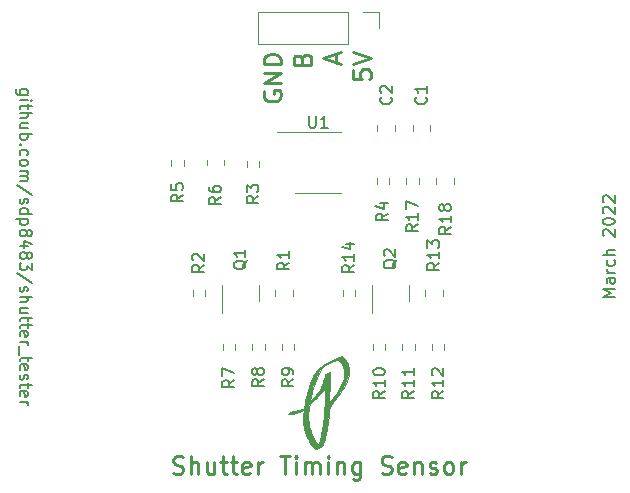
<source format=gbr>
%TF.GenerationSoftware,KiCad,Pcbnew,(6.0.2)*%
%TF.CreationDate,2022-03-01T12:56:46-05:00*%
%TF.ProjectId,shutter_tester,73687574-7465-4725-9f74-65737465722e,A*%
%TF.SameCoordinates,PX717cbc0PY57bcf00*%
%TF.FileFunction,Legend,Top*%
%TF.FilePolarity,Positive*%
%FSLAX46Y46*%
G04 Gerber Fmt 4.6, Leading zero omitted, Abs format (unit mm)*
G04 Created by KiCad (PCBNEW (6.0.2)) date 2022-03-01 12:56:46*
%MOMM*%
%LPD*%
G01*
G04 APERTURE LIST*
%ADD10C,0.214286*%
%ADD11C,0.150000*%
%ADD12C,0.120000*%
%ADD13C,0.010000*%
G04 APERTURE END LIST*
D10*
X22950000Y-8867857D02*
X22878571Y-9010714D01*
X22878571Y-9225000D01*
X22950000Y-9439285D01*
X23092857Y-9582143D01*
X23235714Y-9653571D01*
X23521428Y-9725000D01*
X23735714Y-9725000D01*
X24021428Y-9653571D01*
X24164285Y-9582143D01*
X24307142Y-9439285D01*
X24378571Y-9225000D01*
X24378571Y-9082143D01*
X24307142Y-8867857D01*
X24235714Y-8796428D01*
X23735714Y-8796428D01*
X23735714Y-9082143D01*
X24378571Y-8153571D02*
X22878571Y-8153571D01*
X24378571Y-7296428D01*
X22878571Y-7296428D01*
X24378571Y-6582143D02*
X22878571Y-6582143D01*
X22878571Y-6225000D01*
X22950000Y-6010714D01*
X23092857Y-5867857D01*
X23235714Y-5796428D01*
X23521428Y-5725000D01*
X23735714Y-5725000D01*
X24021428Y-5796428D01*
X24164285Y-5867857D01*
X24307142Y-6010714D01*
X24378571Y-6225000D01*
X24378571Y-6582143D01*
D11*
X2914285Y-9142857D02*
X2104761Y-9142857D01*
X2009523Y-9095238D01*
X1961904Y-9047619D01*
X1914285Y-8952380D01*
X1914285Y-8809523D01*
X1961904Y-8714285D01*
X2295238Y-9142857D02*
X2247619Y-9047619D01*
X2247619Y-8857142D01*
X2295238Y-8761904D01*
X2342857Y-8714285D01*
X2438095Y-8666666D01*
X2723809Y-8666666D01*
X2819047Y-8714285D01*
X2866666Y-8761904D01*
X2914285Y-8857142D01*
X2914285Y-9047619D01*
X2866666Y-9142857D01*
X2247619Y-9619047D02*
X2914285Y-9619047D01*
X3247619Y-9619047D02*
X3200000Y-9571428D01*
X3152380Y-9619047D01*
X3200000Y-9666666D01*
X3247619Y-9619047D01*
X3152380Y-9619047D01*
X2914285Y-9952380D02*
X2914285Y-10333333D01*
X3247619Y-10095238D02*
X2390476Y-10095238D01*
X2295238Y-10142857D01*
X2247619Y-10238095D01*
X2247619Y-10333333D01*
X2247619Y-10666666D02*
X3247619Y-10666666D01*
X2247619Y-11095238D02*
X2771428Y-11095238D01*
X2866666Y-11047619D01*
X2914285Y-10952380D01*
X2914285Y-10809523D01*
X2866666Y-10714285D01*
X2819047Y-10666666D01*
X2914285Y-11999999D02*
X2247619Y-11999999D01*
X2914285Y-11571428D02*
X2390476Y-11571428D01*
X2295238Y-11619047D01*
X2247619Y-11714285D01*
X2247619Y-11857142D01*
X2295238Y-11952380D01*
X2342857Y-11999999D01*
X2247619Y-12476190D02*
X3247619Y-12476190D01*
X2866666Y-12476190D02*
X2914285Y-12571428D01*
X2914285Y-12761904D01*
X2866666Y-12857142D01*
X2819047Y-12904761D01*
X2723809Y-12952380D01*
X2438095Y-12952380D01*
X2342857Y-12904761D01*
X2295238Y-12857142D01*
X2247619Y-12761904D01*
X2247619Y-12571428D01*
X2295238Y-12476190D01*
X2342857Y-13380952D02*
X2295238Y-13428571D01*
X2247619Y-13380952D01*
X2295238Y-13333333D01*
X2342857Y-13380952D01*
X2247619Y-13380952D01*
X2295238Y-14285714D02*
X2247619Y-14190476D01*
X2247619Y-13999999D01*
X2295238Y-13904761D01*
X2342857Y-13857142D01*
X2438095Y-13809523D01*
X2723809Y-13809523D01*
X2819047Y-13857142D01*
X2866666Y-13904761D01*
X2914285Y-13999999D01*
X2914285Y-14190476D01*
X2866666Y-14285714D01*
X2247619Y-14857142D02*
X2295238Y-14761904D01*
X2342857Y-14714285D01*
X2438095Y-14666666D01*
X2723809Y-14666666D01*
X2819047Y-14714285D01*
X2866666Y-14761904D01*
X2914285Y-14857142D01*
X2914285Y-14999999D01*
X2866666Y-15095238D01*
X2819047Y-15142857D01*
X2723809Y-15190476D01*
X2438095Y-15190476D01*
X2342857Y-15142857D01*
X2295238Y-15095238D01*
X2247619Y-14999999D01*
X2247619Y-14857142D01*
X2247619Y-15619047D02*
X2914285Y-15619047D01*
X2819047Y-15619047D02*
X2866666Y-15666666D01*
X2914285Y-15761904D01*
X2914285Y-15904761D01*
X2866666Y-15999999D01*
X2771428Y-16047619D01*
X2247619Y-16047619D01*
X2771428Y-16047619D02*
X2866666Y-16095238D01*
X2914285Y-16190476D01*
X2914285Y-16333333D01*
X2866666Y-16428571D01*
X2771428Y-16476190D01*
X2247619Y-16476190D01*
X3295238Y-17666666D02*
X2009523Y-16809523D01*
X2295238Y-17952380D02*
X2247619Y-18047619D01*
X2247619Y-18238095D01*
X2295238Y-18333333D01*
X2390476Y-18380952D01*
X2438095Y-18380952D01*
X2533333Y-18333333D01*
X2580952Y-18238095D01*
X2580952Y-18095238D01*
X2628571Y-17999999D01*
X2723809Y-17952380D01*
X2771428Y-17952380D01*
X2866666Y-17999999D01*
X2914285Y-18095238D01*
X2914285Y-18238095D01*
X2866666Y-18333333D01*
X2247619Y-19238095D02*
X3247619Y-19238095D01*
X2295238Y-19238095D02*
X2247619Y-19142857D01*
X2247619Y-18952380D01*
X2295238Y-18857142D01*
X2342857Y-18809523D01*
X2438095Y-18761904D01*
X2723809Y-18761904D01*
X2819047Y-18809523D01*
X2866666Y-18857142D01*
X2914285Y-18952380D01*
X2914285Y-19142857D01*
X2866666Y-19238095D01*
X2914285Y-19714285D02*
X1914285Y-19714285D01*
X2866666Y-19714285D02*
X2914285Y-19809523D01*
X2914285Y-19999999D01*
X2866666Y-20095238D01*
X2819047Y-20142857D01*
X2723809Y-20190476D01*
X2438095Y-20190476D01*
X2342857Y-20142857D01*
X2295238Y-20095238D01*
X2247619Y-19999999D01*
X2247619Y-19809523D01*
X2295238Y-19714285D01*
X2819047Y-20761904D02*
X2866666Y-20666666D01*
X2914285Y-20619047D01*
X3009523Y-20571428D01*
X3057142Y-20571428D01*
X3152380Y-20619047D01*
X3200000Y-20666666D01*
X3247619Y-20761904D01*
X3247619Y-20952380D01*
X3200000Y-21047619D01*
X3152380Y-21095238D01*
X3057142Y-21142857D01*
X3009523Y-21142857D01*
X2914285Y-21095238D01*
X2866666Y-21047619D01*
X2819047Y-20952380D01*
X2819047Y-20761904D01*
X2771428Y-20666666D01*
X2723809Y-20619047D01*
X2628571Y-20571428D01*
X2438095Y-20571428D01*
X2342857Y-20619047D01*
X2295238Y-20666666D01*
X2247619Y-20761904D01*
X2247619Y-20952380D01*
X2295238Y-21047619D01*
X2342857Y-21095238D01*
X2438095Y-21142857D01*
X2628571Y-21142857D01*
X2723809Y-21095238D01*
X2771428Y-21047619D01*
X2819047Y-20952380D01*
X2914285Y-21999999D02*
X2247619Y-21999999D01*
X3295238Y-21761904D02*
X2580952Y-21523809D01*
X2580952Y-22142857D01*
X2819047Y-22666666D02*
X2866666Y-22571428D01*
X2914285Y-22523809D01*
X3009523Y-22476190D01*
X3057142Y-22476190D01*
X3152380Y-22523809D01*
X3200000Y-22571428D01*
X3247619Y-22666666D01*
X3247619Y-22857142D01*
X3200000Y-22952380D01*
X3152380Y-22999999D01*
X3057142Y-23047619D01*
X3009523Y-23047619D01*
X2914285Y-22999999D01*
X2866666Y-22952380D01*
X2819047Y-22857142D01*
X2819047Y-22666666D01*
X2771428Y-22571428D01*
X2723809Y-22523809D01*
X2628571Y-22476190D01*
X2438095Y-22476190D01*
X2342857Y-22523809D01*
X2295238Y-22571428D01*
X2247619Y-22666666D01*
X2247619Y-22857142D01*
X2295238Y-22952380D01*
X2342857Y-22999999D01*
X2438095Y-23047619D01*
X2628571Y-23047619D01*
X2723809Y-22999999D01*
X2771428Y-22952380D01*
X2819047Y-22857142D01*
X3247619Y-23380952D02*
X3247619Y-23999999D01*
X2866666Y-23666666D01*
X2866666Y-23809523D01*
X2819047Y-23904761D01*
X2771428Y-23952380D01*
X2676190Y-23999999D01*
X2438095Y-23999999D01*
X2342857Y-23952380D01*
X2295238Y-23904761D01*
X2247619Y-23809523D01*
X2247619Y-23523809D01*
X2295238Y-23428571D01*
X2342857Y-23380952D01*
X3295238Y-25142857D02*
X2009523Y-24285714D01*
X2295238Y-25428571D02*
X2247619Y-25523809D01*
X2247619Y-25714285D01*
X2295238Y-25809523D01*
X2390476Y-25857142D01*
X2438095Y-25857142D01*
X2533333Y-25809523D01*
X2580952Y-25714285D01*
X2580952Y-25571428D01*
X2628571Y-25476190D01*
X2723809Y-25428571D01*
X2771428Y-25428571D01*
X2866666Y-25476190D01*
X2914285Y-25571428D01*
X2914285Y-25714285D01*
X2866666Y-25809523D01*
X2247619Y-26285714D02*
X3247619Y-26285714D01*
X2247619Y-26714285D02*
X2771428Y-26714285D01*
X2866666Y-26666666D01*
X2914285Y-26571428D01*
X2914285Y-26428571D01*
X2866666Y-26333333D01*
X2819047Y-26285714D01*
X2914285Y-27619047D02*
X2247619Y-27619047D01*
X2914285Y-27190476D02*
X2390476Y-27190476D01*
X2295238Y-27238095D01*
X2247619Y-27333333D01*
X2247619Y-27476190D01*
X2295238Y-27571428D01*
X2342857Y-27619047D01*
X2914285Y-27952380D02*
X2914285Y-28333333D01*
X3247619Y-28095238D02*
X2390476Y-28095238D01*
X2295238Y-28142857D01*
X2247619Y-28238095D01*
X2247619Y-28333333D01*
X2914285Y-28523809D02*
X2914285Y-28904761D01*
X3247619Y-28666666D02*
X2390476Y-28666666D01*
X2295238Y-28714285D01*
X2247619Y-28809523D01*
X2247619Y-28904761D01*
X2295238Y-29619047D02*
X2247619Y-29523809D01*
X2247619Y-29333333D01*
X2295238Y-29238095D01*
X2390476Y-29190476D01*
X2771428Y-29190476D01*
X2866666Y-29238095D01*
X2914285Y-29333333D01*
X2914285Y-29523809D01*
X2866666Y-29619047D01*
X2771428Y-29666666D01*
X2676190Y-29666666D01*
X2580952Y-29190476D01*
X2247619Y-30095238D02*
X2914285Y-30095238D01*
X2723809Y-30095238D02*
X2819047Y-30142857D01*
X2866666Y-30190476D01*
X2914285Y-30285714D01*
X2914285Y-30380952D01*
X2152380Y-30476190D02*
X2152380Y-31238095D01*
X2914285Y-31333333D02*
X2914285Y-31714285D01*
X3247619Y-31476190D02*
X2390476Y-31476190D01*
X2295238Y-31523809D01*
X2247619Y-31619047D01*
X2247619Y-31714285D01*
X2295238Y-32428571D02*
X2247619Y-32333333D01*
X2247619Y-32142857D01*
X2295238Y-32047619D01*
X2390476Y-31999999D01*
X2771428Y-31999999D01*
X2866666Y-32047619D01*
X2914285Y-32142857D01*
X2914285Y-32333333D01*
X2866666Y-32428571D01*
X2771428Y-32476190D01*
X2676190Y-32476190D01*
X2580952Y-31999999D01*
X2295238Y-32857142D02*
X2247619Y-32952380D01*
X2247619Y-33142857D01*
X2295238Y-33238095D01*
X2390476Y-33285714D01*
X2438095Y-33285714D01*
X2533333Y-33238095D01*
X2580952Y-33142857D01*
X2580952Y-32999999D01*
X2628571Y-32904761D01*
X2723809Y-32857142D01*
X2771428Y-32857142D01*
X2866666Y-32904761D01*
X2914285Y-32999999D01*
X2914285Y-33142857D01*
X2866666Y-33238095D01*
X2914285Y-33571428D02*
X2914285Y-33952380D01*
X3247619Y-33714285D02*
X2390476Y-33714285D01*
X2295238Y-33761904D01*
X2247619Y-33857142D01*
X2247619Y-33952380D01*
X2295238Y-34666666D02*
X2247619Y-34571428D01*
X2247619Y-34380952D01*
X2295238Y-34285714D01*
X2390476Y-34238095D01*
X2771428Y-34238095D01*
X2866666Y-34285714D01*
X2914285Y-34380952D01*
X2914285Y-34571428D01*
X2866666Y-34666666D01*
X2771428Y-34714285D01*
X2676190Y-34714285D01*
X2580952Y-34238095D01*
X2247619Y-35142857D02*
X2914285Y-35142857D01*
X2723809Y-35142857D02*
X2819047Y-35190476D01*
X2866666Y-35238095D01*
X2914285Y-35333333D01*
X2914285Y-35428571D01*
D10*
X26142857Y-6132143D02*
X26214285Y-5917857D01*
X26285714Y-5846428D01*
X26428571Y-5775000D01*
X26642857Y-5775000D01*
X26785714Y-5846428D01*
X26857142Y-5917857D01*
X26928571Y-6060714D01*
X26928571Y-6632143D01*
X25428571Y-6632143D01*
X25428571Y-6132143D01*
X25500000Y-5989285D01*
X25571428Y-5917857D01*
X25714285Y-5846428D01*
X25857142Y-5846428D01*
X26000000Y-5917857D01*
X26071428Y-5989285D01*
X26142857Y-6132143D01*
X26142857Y-6632143D01*
X29000000Y-6439285D02*
X29000000Y-5725000D01*
X29428571Y-6582143D02*
X27928571Y-6082143D01*
X29428571Y-5582143D01*
X30478571Y-7082143D02*
X30478571Y-7796428D01*
X31192857Y-7867857D01*
X31121428Y-7796428D01*
X31050000Y-7653571D01*
X31050000Y-7296428D01*
X31121428Y-7153571D01*
X31192857Y-7082143D01*
X31335714Y-7010714D01*
X31692857Y-7010714D01*
X31835714Y-7082143D01*
X31907142Y-7153571D01*
X31978571Y-7296428D01*
X31978571Y-7653571D01*
X31907142Y-7796428D01*
X31835714Y-7867857D01*
X30478571Y-6582143D02*
X31978571Y-6082143D01*
X30478571Y-5582143D01*
D11*
X52602380Y-26261904D02*
X51602380Y-26261904D01*
X52316666Y-25928571D01*
X51602380Y-25595238D01*
X52602380Y-25595238D01*
X52602380Y-24690476D02*
X52078571Y-24690476D01*
X51983333Y-24738095D01*
X51935714Y-24833333D01*
X51935714Y-25023809D01*
X51983333Y-25119047D01*
X52554761Y-24690476D02*
X52602380Y-24785714D01*
X52602380Y-25023809D01*
X52554761Y-25119047D01*
X52459523Y-25166666D01*
X52364285Y-25166666D01*
X52269047Y-25119047D01*
X52221428Y-25023809D01*
X52221428Y-24785714D01*
X52173809Y-24690476D01*
X52602380Y-24214285D02*
X51935714Y-24214285D01*
X52126190Y-24214285D02*
X52030952Y-24166666D01*
X51983333Y-24119047D01*
X51935714Y-24023809D01*
X51935714Y-23928571D01*
X52554761Y-23166666D02*
X52602380Y-23261904D01*
X52602380Y-23452380D01*
X52554761Y-23547619D01*
X52507142Y-23595238D01*
X52411904Y-23642857D01*
X52126190Y-23642857D01*
X52030952Y-23595238D01*
X51983333Y-23547619D01*
X51935714Y-23452380D01*
X51935714Y-23261904D01*
X51983333Y-23166666D01*
X52602380Y-22738095D02*
X51602380Y-22738095D01*
X52602380Y-22309523D02*
X52078571Y-22309523D01*
X51983333Y-22357142D01*
X51935714Y-22452380D01*
X51935714Y-22595238D01*
X51983333Y-22690476D01*
X52030952Y-22738095D01*
X51697619Y-21119047D02*
X51650000Y-21071428D01*
X51602380Y-20976190D01*
X51602380Y-20738095D01*
X51650000Y-20642857D01*
X51697619Y-20595238D01*
X51792857Y-20547619D01*
X51888095Y-20547619D01*
X52030952Y-20595238D01*
X52602380Y-21166666D01*
X52602380Y-20547619D01*
X51602380Y-19928571D02*
X51602380Y-19833333D01*
X51650000Y-19738095D01*
X51697619Y-19690476D01*
X51792857Y-19642857D01*
X51983333Y-19595238D01*
X52221428Y-19595238D01*
X52411904Y-19642857D01*
X52507142Y-19690476D01*
X52554761Y-19738095D01*
X52602380Y-19833333D01*
X52602380Y-19928571D01*
X52554761Y-20023809D01*
X52507142Y-20071428D01*
X52411904Y-20119047D01*
X52221428Y-20166666D01*
X51983333Y-20166666D01*
X51792857Y-20119047D01*
X51697619Y-20071428D01*
X51650000Y-20023809D01*
X51602380Y-19928571D01*
X51697619Y-19214285D02*
X51650000Y-19166666D01*
X51602380Y-19071428D01*
X51602380Y-18833333D01*
X51650000Y-18738095D01*
X51697619Y-18690476D01*
X51792857Y-18642857D01*
X51888095Y-18642857D01*
X52030952Y-18690476D01*
X52602380Y-19261904D01*
X52602380Y-18642857D01*
X51697619Y-18261904D02*
X51650000Y-18214285D01*
X51602380Y-18119047D01*
X51602380Y-17880952D01*
X51650000Y-17785714D01*
X51697619Y-17738095D01*
X51792857Y-17690476D01*
X51888095Y-17690476D01*
X52030952Y-17738095D01*
X52602380Y-18309523D01*
X52602380Y-17690476D01*
D10*
X15228571Y-41207142D02*
X15442857Y-41278571D01*
X15800000Y-41278571D01*
X15942857Y-41207142D01*
X16014285Y-41135714D01*
X16085714Y-40992857D01*
X16085714Y-40850000D01*
X16014285Y-40707142D01*
X15942857Y-40635714D01*
X15800000Y-40564285D01*
X15514285Y-40492857D01*
X15371428Y-40421428D01*
X15300000Y-40350000D01*
X15228571Y-40207142D01*
X15228571Y-40064285D01*
X15300000Y-39921428D01*
X15371428Y-39850000D01*
X15514285Y-39778571D01*
X15871428Y-39778571D01*
X16085714Y-39850000D01*
X16728571Y-41278571D02*
X16728571Y-39778571D01*
X17371428Y-41278571D02*
X17371428Y-40492857D01*
X17300000Y-40350000D01*
X17157142Y-40278571D01*
X16942857Y-40278571D01*
X16800000Y-40350000D01*
X16728571Y-40421428D01*
X18728571Y-40278571D02*
X18728571Y-41278571D01*
X18085714Y-40278571D02*
X18085714Y-41064285D01*
X18157142Y-41207142D01*
X18300000Y-41278571D01*
X18514285Y-41278571D01*
X18657142Y-41207142D01*
X18728571Y-41135714D01*
X19228571Y-40278571D02*
X19800000Y-40278571D01*
X19442857Y-39778571D02*
X19442857Y-41064285D01*
X19514285Y-41207142D01*
X19657142Y-41278571D01*
X19800000Y-41278571D01*
X20085714Y-40278571D02*
X20657142Y-40278571D01*
X20300000Y-39778571D02*
X20300000Y-41064285D01*
X20371428Y-41207142D01*
X20514285Y-41278571D01*
X20657142Y-41278571D01*
X21728571Y-41207142D02*
X21585714Y-41278571D01*
X21300000Y-41278571D01*
X21157142Y-41207142D01*
X21085714Y-41064285D01*
X21085714Y-40492857D01*
X21157142Y-40350000D01*
X21300000Y-40278571D01*
X21585714Y-40278571D01*
X21728571Y-40350000D01*
X21800000Y-40492857D01*
X21800000Y-40635714D01*
X21085714Y-40778571D01*
X22442857Y-41278571D02*
X22442857Y-40278571D01*
X22442857Y-40564285D02*
X22514285Y-40421428D01*
X22585714Y-40350000D01*
X22728571Y-40278571D01*
X22871428Y-40278571D01*
X24300000Y-39778571D02*
X25157142Y-39778571D01*
X24728571Y-41278571D02*
X24728571Y-39778571D01*
X25657142Y-41278571D02*
X25657142Y-40278571D01*
X25657142Y-39778571D02*
X25585714Y-39850000D01*
X25657142Y-39921428D01*
X25728571Y-39850000D01*
X25657142Y-39778571D01*
X25657142Y-39921428D01*
X26371428Y-41278571D02*
X26371428Y-40278571D01*
X26371428Y-40421428D02*
X26442857Y-40350000D01*
X26585714Y-40278571D01*
X26800000Y-40278571D01*
X26942857Y-40350000D01*
X27014285Y-40492857D01*
X27014285Y-41278571D01*
X27014285Y-40492857D02*
X27085714Y-40350000D01*
X27228571Y-40278571D01*
X27442857Y-40278571D01*
X27585714Y-40350000D01*
X27657142Y-40492857D01*
X27657142Y-41278571D01*
X28371428Y-41278571D02*
X28371428Y-40278571D01*
X28371428Y-39778571D02*
X28300000Y-39850000D01*
X28371428Y-39921428D01*
X28442857Y-39850000D01*
X28371428Y-39778571D01*
X28371428Y-39921428D01*
X29085714Y-40278571D02*
X29085714Y-41278571D01*
X29085714Y-40421428D02*
X29157142Y-40350000D01*
X29300000Y-40278571D01*
X29514285Y-40278571D01*
X29657142Y-40350000D01*
X29728571Y-40492857D01*
X29728571Y-41278571D01*
X31085714Y-40278571D02*
X31085714Y-41492857D01*
X31014285Y-41635714D01*
X30942857Y-41707142D01*
X30800000Y-41778571D01*
X30585714Y-41778571D01*
X30442857Y-41707142D01*
X31085714Y-41207142D02*
X30942857Y-41278571D01*
X30657142Y-41278571D01*
X30514285Y-41207142D01*
X30442857Y-41135714D01*
X30371428Y-40992857D01*
X30371428Y-40564285D01*
X30442857Y-40421428D01*
X30514285Y-40350000D01*
X30657142Y-40278571D01*
X30942857Y-40278571D01*
X31085714Y-40350000D01*
X32871428Y-41207142D02*
X33085714Y-41278571D01*
X33442857Y-41278571D01*
X33585714Y-41207142D01*
X33657142Y-41135714D01*
X33728571Y-40992857D01*
X33728571Y-40850000D01*
X33657142Y-40707142D01*
X33585714Y-40635714D01*
X33442857Y-40564285D01*
X33157142Y-40492857D01*
X33014285Y-40421428D01*
X32942857Y-40350000D01*
X32871428Y-40207142D01*
X32871428Y-40064285D01*
X32942857Y-39921428D01*
X33014285Y-39850000D01*
X33157142Y-39778571D01*
X33514285Y-39778571D01*
X33728571Y-39850000D01*
X34942857Y-41207142D02*
X34800000Y-41278571D01*
X34514285Y-41278571D01*
X34371428Y-41207142D01*
X34300000Y-41064285D01*
X34300000Y-40492857D01*
X34371428Y-40350000D01*
X34514285Y-40278571D01*
X34800000Y-40278571D01*
X34942857Y-40350000D01*
X35014285Y-40492857D01*
X35014285Y-40635714D01*
X34300000Y-40778571D01*
X35657142Y-40278571D02*
X35657142Y-41278571D01*
X35657142Y-40421428D02*
X35728571Y-40350000D01*
X35871428Y-40278571D01*
X36085714Y-40278571D01*
X36228571Y-40350000D01*
X36300000Y-40492857D01*
X36300000Y-41278571D01*
X36942857Y-41207142D02*
X37085714Y-41278571D01*
X37371428Y-41278571D01*
X37514285Y-41207142D01*
X37585714Y-41064285D01*
X37585714Y-40992857D01*
X37514285Y-40850000D01*
X37371428Y-40778571D01*
X37157142Y-40778571D01*
X37014285Y-40707142D01*
X36942857Y-40564285D01*
X36942857Y-40492857D01*
X37014285Y-40350000D01*
X37157142Y-40278571D01*
X37371428Y-40278571D01*
X37514285Y-40350000D01*
X38442857Y-41278571D02*
X38300000Y-41207142D01*
X38228571Y-41135714D01*
X38157142Y-40992857D01*
X38157142Y-40564285D01*
X38228571Y-40421428D01*
X38300000Y-40350000D01*
X38442857Y-40278571D01*
X38657142Y-40278571D01*
X38800000Y-40350000D01*
X38871428Y-40421428D01*
X38942857Y-40564285D01*
X38942857Y-40992857D01*
X38871428Y-41135714D01*
X38800000Y-41207142D01*
X38657142Y-41278571D01*
X38442857Y-41278571D01*
X39585714Y-41278571D02*
X39585714Y-40278571D01*
X39585714Y-40564285D02*
X39657142Y-40421428D01*
X39728571Y-40350000D01*
X39871428Y-40278571D01*
X40014285Y-40278571D01*
D11*
%TO.C,R1*%
X25052380Y-23366666D02*
X24576190Y-23700000D01*
X25052380Y-23938095D02*
X24052380Y-23938095D01*
X24052380Y-23557142D01*
X24100000Y-23461904D01*
X24147619Y-23414285D01*
X24242857Y-23366666D01*
X24385714Y-23366666D01*
X24480952Y-23414285D01*
X24528571Y-23461904D01*
X24576190Y-23557142D01*
X24576190Y-23938095D01*
X25052380Y-22414285D02*
X25052380Y-22985714D01*
X25052380Y-22700000D02*
X24052380Y-22700000D01*
X24195238Y-22795238D01*
X24290476Y-22890476D01*
X24338095Y-22985714D01*
%TO.C,R2*%
X17852380Y-23566666D02*
X17376190Y-23900000D01*
X17852380Y-24138095D02*
X16852380Y-24138095D01*
X16852380Y-23757142D01*
X16900000Y-23661904D01*
X16947619Y-23614285D01*
X17042857Y-23566666D01*
X17185714Y-23566666D01*
X17280952Y-23614285D01*
X17328571Y-23661904D01*
X17376190Y-23757142D01*
X17376190Y-24138095D01*
X16947619Y-23185714D02*
X16900000Y-23138095D01*
X16852380Y-23042857D01*
X16852380Y-22804761D01*
X16900000Y-22709523D01*
X16947619Y-22661904D01*
X17042857Y-22614285D01*
X17138095Y-22614285D01*
X17280952Y-22661904D01*
X17852380Y-23233333D01*
X17852380Y-22614285D01*
%TO.C,U1*%
X26738095Y-10952380D02*
X26738095Y-11761904D01*
X26785714Y-11857142D01*
X26833333Y-11904761D01*
X26928571Y-11952380D01*
X27119047Y-11952380D01*
X27214285Y-11904761D01*
X27261904Y-11857142D01*
X27309523Y-11761904D01*
X27309523Y-10952380D01*
X28309523Y-11952380D02*
X27738095Y-11952380D01*
X28023809Y-11952380D02*
X28023809Y-10952380D01*
X27928571Y-11095238D01*
X27833333Y-11190476D01*
X27738095Y-11238095D01*
%TO.C,R6*%
X19252380Y-17816666D02*
X18776190Y-18150000D01*
X19252380Y-18388095D02*
X18252380Y-18388095D01*
X18252380Y-18007142D01*
X18300000Y-17911904D01*
X18347619Y-17864285D01*
X18442857Y-17816666D01*
X18585714Y-17816666D01*
X18680952Y-17864285D01*
X18728571Y-17911904D01*
X18776190Y-18007142D01*
X18776190Y-18388095D01*
X18252380Y-16959523D02*
X18252380Y-17150000D01*
X18300000Y-17245238D01*
X18347619Y-17292857D01*
X18490476Y-17388095D01*
X18680952Y-17435714D01*
X19061904Y-17435714D01*
X19157142Y-17388095D01*
X19204761Y-17340476D01*
X19252380Y-17245238D01*
X19252380Y-17054761D01*
X19204761Y-16959523D01*
X19157142Y-16911904D01*
X19061904Y-16864285D01*
X18823809Y-16864285D01*
X18728571Y-16911904D01*
X18680952Y-16959523D01*
X18633333Y-17054761D01*
X18633333Y-17245238D01*
X18680952Y-17340476D01*
X18728571Y-17388095D01*
X18823809Y-17435714D01*
%TO.C,R5*%
X16052380Y-17616666D02*
X15576190Y-17950000D01*
X16052380Y-18188095D02*
X15052380Y-18188095D01*
X15052380Y-17807142D01*
X15100000Y-17711904D01*
X15147619Y-17664285D01*
X15242857Y-17616666D01*
X15385714Y-17616666D01*
X15480952Y-17664285D01*
X15528571Y-17711904D01*
X15576190Y-17807142D01*
X15576190Y-18188095D01*
X15052380Y-16711904D02*
X15052380Y-17188095D01*
X15528571Y-17235714D01*
X15480952Y-17188095D01*
X15433333Y-17092857D01*
X15433333Y-16854761D01*
X15480952Y-16759523D01*
X15528571Y-16711904D01*
X15623809Y-16664285D01*
X15861904Y-16664285D01*
X15957142Y-16711904D01*
X16004761Y-16759523D01*
X16052380Y-16854761D01*
X16052380Y-17092857D01*
X16004761Y-17188095D01*
X15957142Y-17235714D01*
%TO.C,R3*%
X22452380Y-17716666D02*
X21976190Y-18050000D01*
X22452380Y-18288095D02*
X21452380Y-18288095D01*
X21452380Y-17907142D01*
X21500000Y-17811904D01*
X21547619Y-17764285D01*
X21642857Y-17716666D01*
X21785714Y-17716666D01*
X21880952Y-17764285D01*
X21928571Y-17811904D01*
X21976190Y-17907142D01*
X21976190Y-18288095D01*
X21452380Y-17383333D02*
X21452380Y-16764285D01*
X21833333Y-17097619D01*
X21833333Y-16954761D01*
X21880952Y-16859523D01*
X21928571Y-16811904D01*
X22023809Y-16764285D01*
X22261904Y-16764285D01*
X22357142Y-16811904D01*
X22404761Y-16859523D01*
X22452380Y-16954761D01*
X22452380Y-17240476D01*
X22404761Y-17335714D01*
X22357142Y-17383333D01*
%TO.C,C1*%
X36607142Y-9366666D02*
X36654761Y-9414285D01*
X36702380Y-9557142D01*
X36702380Y-9652380D01*
X36654761Y-9795238D01*
X36559523Y-9890476D01*
X36464285Y-9938095D01*
X36273809Y-9985714D01*
X36130952Y-9985714D01*
X35940476Y-9938095D01*
X35845238Y-9890476D01*
X35750000Y-9795238D01*
X35702380Y-9652380D01*
X35702380Y-9557142D01*
X35750000Y-9414285D01*
X35797619Y-9366666D01*
X36702380Y-8414285D02*
X36702380Y-8985714D01*
X36702380Y-8700000D02*
X35702380Y-8700000D01*
X35845238Y-8795238D01*
X35940476Y-8890476D01*
X35988095Y-8985714D01*
%TO.C,R4*%
X33402380Y-19216666D02*
X32926190Y-19550000D01*
X33402380Y-19788095D02*
X32402380Y-19788095D01*
X32402380Y-19407142D01*
X32450000Y-19311904D01*
X32497619Y-19264285D01*
X32592857Y-19216666D01*
X32735714Y-19216666D01*
X32830952Y-19264285D01*
X32878571Y-19311904D01*
X32926190Y-19407142D01*
X32926190Y-19788095D01*
X32735714Y-18359523D02*
X33402380Y-18359523D01*
X32354761Y-18597619D02*
X33069047Y-18835714D01*
X33069047Y-18216666D01*
%TO.C,R7*%
X20402380Y-33316666D02*
X19926190Y-33650000D01*
X20402380Y-33888095D02*
X19402380Y-33888095D01*
X19402380Y-33507142D01*
X19450000Y-33411904D01*
X19497619Y-33364285D01*
X19592857Y-33316666D01*
X19735714Y-33316666D01*
X19830952Y-33364285D01*
X19878571Y-33411904D01*
X19926190Y-33507142D01*
X19926190Y-33888095D01*
X19402380Y-32983333D02*
X19402380Y-32316666D01*
X20402380Y-32745238D01*
%TO.C,R8*%
X22902380Y-33266666D02*
X22426190Y-33600000D01*
X22902380Y-33838095D02*
X21902380Y-33838095D01*
X21902380Y-33457142D01*
X21950000Y-33361904D01*
X21997619Y-33314285D01*
X22092857Y-33266666D01*
X22235714Y-33266666D01*
X22330952Y-33314285D01*
X22378571Y-33361904D01*
X22426190Y-33457142D01*
X22426190Y-33838095D01*
X22330952Y-32695238D02*
X22283333Y-32790476D01*
X22235714Y-32838095D01*
X22140476Y-32885714D01*
X22092857Y-32885714D01*
X21997619Y-32838095D01*
X21950000Y-32790476D01*
X21902380Y-32695238D01*
X21902380Y-32504761D01*
X21950000Y-32409523D01*
X21997619Y-32361904D01*
X22092857Y-32314285D01*
X22140476Y-32314285D01*
X22235714Y-32361904D01*
X22283333Y-32409523D01*
X22330952Y-32504761D01*
X22330952Y-32695238D01*
X22378571Y-32790476D01*
X22426190Y-32838095D01*
X22521428Y-32885714D01*
X22711904Y-32885714D01*
X22807142Y-32838095D01*
X22854761Y-32790476D01*
X22902380Y-32695238D01*
X22902380Y-32504761D01*
X22854761Y-32409523D01*
X22807142Y-32361904D01*
X22711904Y-32314285D01*
X22521428Y-32314285D01*
X22426190Y-32361904D01*
X22378571Y-32409523D01*
X22330952Y-32504761D01*
%TO.C,R11*%
X35602380Y-34242857D02*
X35126190Y-34576190D01*
X35602380Y-34814285D02*
X34602380Y-34814285D01*
X34602380Y-34433333D01*
X34650000Y-34338095D01*
X34697619Y-34290476D01*
X34792857Y-34242857D01*
X34935714Y-34242857D01*
X35030952Y-34290476D01*
X35078571Y-34338095D01*
X35126190Y-34433333D01*
X35126190Y-34814285D01*
X35602380Y-33290476D02*
X35602380Y-33861904D01*
X35602380Y-33576190D02*
X34602380Y-33576190D01*
X34745238Y-33671428D01*
X34840476Y-33766666D01*
X34888095Y-33861904D01*
X35602380Y-32338095D02*
X35602380Y-32909523D01*
X35602380Y-32623809D02*
X34602380Y-32623809D01*
X34745238Y-32719047D01*
X34840476Y-32814285D01*
X34888095Y-32909523D01*
%TO.C,R9*%
X25402380Y-33266666D02*
X24926190Y-33600000D01*
X25402380Y-33838095D02*
X24402380Y-33838095D01*
X24402380Y-33457142D01*
X24450000Y-33361904D01*
X24497619Y-33314285D01*
X24592857Y-33266666D01*
X24735714Y-33266666D01*
X24830952Y-33314285D01*
X24878571Y-33361904D01*
X24926190Y-33457142D01*
X24926190Y-33838095D01*
X25402380Y-32790476D02*
X25402380Y-32600000D01*
X25354761Y-32504761D01*
X25307142Y-32457142D01*
X25164285Y-32361904D01*
X24973809Y-32314285D01*
X24592857Y-32314285D01*
X24497619Y-32361904D01*
X24450000Y-32409523D01*
X24402380Y-32504761D01*
X24402380Y-32695238D01*
X24450000Y-32790476D01*
X24497619Y-32838095D01*
X24592857Y-32885714D01*
X24830952Y-32885714D01*
X24926190Y-32838095D01*
X24973809Y-32790476D01*
X25021428Y-32695238D01*
X25021428Y-32504761D01*
X24973809Y-32409523D01*
X24926190Y-32361904D01*
X24830952Y-32314285D01*
%TO.C,C2*%
X33657142Y-9366666D02*
X33704761Y-9414285D01*
X33752380Y-9557142D01*
X33752380Y-9652380D01*
X33704761Y-9795238D01*
X33609523Y-9890476D01*
X33514285Y-9938095D01*
X33323809Y-9985714D01*
X33180952Y-9985714D01*
X32990476Y-9938095D01*
X32895238Y-9890476D01*
X32800000Y-9795238D01*
X32752380Y-9652380D01*
X32752380Y-9557142D01*
X32800000Y-9414285D01*
X32847619Y-9366666D01*
X32847619Y-8985714D02*
X32800000Y-8938095D01*
X32752380Y-8842857D01*
X32752380Y-8604761D01*
X32800000Y-8509523D01*
X32847619Y-8461904D01*
X32942857Y-8414285D01*
X33038095Y-8414285D01*
X33180952Y-8461904D01*
X33752380Y-9033333D01*
X33752380Y-8414285D01*
%TO.C,R12*%
X38102380Y-34242857D02*
X37626190Y-34576190D01*
X38102380Y-34814285D02*
X37102380Y-34814285D01*
X37102380Y-34433333D01*
X37150000Y-34338095D01*
X37197619Y-34290476D01*
X37292857Y-34242857D01*
X37435714Y-34242857D01*
X37530952Y-34290476D01*
X37578571Y-34338095D01*
X37626190Y-34433333D01*
X37626190Y-34814285D01*
X38102380Y-33290476D02*
X38102380Y-33861904D01*
X38102380Y-33576190D02*
X37102380Y-33576190D01*
X37245238Y-33671428D01*
X37340476Y-33766666D01*
X37388095Y-33861904D01*
X37197619Y-32909523D02*
X37150000Y-32861904D01*
X37102380Y-32766666D01*
X37102380Y-32528571D01*
X37150000Y-32433333D01*
X37197619Y-32385714D01*
X37292857Y-32338095D01*
X37388095Y-32338095D01*
X37530952Y-32385714D01*
X38102380Y-32957142D01*
X38102380Y-32338095D01*
%TO.C,Q1*%
X21447619Y-23195238D02*
X21400000Y-23290476D01*
X21304761Y-23385714D01*
X21161904Y-23528571D01*
X21114285Y-23623809D01*
X21114285Y-23719047D01*
X21352380Y-23671428D02*
X21304761Y-23766666D01*
X21209523Y-23861904D01*
X21019047Y-23909523D01*
X20685714Y-23909523D01*
X20495238Y-23861904D01*
X20400000Y-23766666D01*
X20352380Y-23671428D01*
X20352380Y-23480952D01*
X20400000Y-23385714D01*
X20495238Y-23290476D01*
X20685714Y-23242857D01*
X21019047Y-23242857D01*
X21209523Y-23290476D01*
X21304761Y-23385714D01*
X21352380Y-23480952D01*
X21352380Y-23671428D01*
X21352380Y-22290476D02*
X21352380Y-22861904D01*
X21352380Y-22576190D02*
X20352380Y-22576190D01*
X20495238Y-22671428D01*
X20590476Y-22766666D01*
X20638095Y-22861904D01*
%TO.C,Q2*%
X34147619Y-23145238D02*
X34100000Y-23240476D01*
X34004761Y-23335714D01*
X33861904Y-23478571D01*
X33814285Y-23573809D01*
X33814285Y-23669047D01*
X34052380Y-23621428D02*
X34004761Y-23716666D01*
X33909523Y-23811904D01*
X33719047Y-23859523D01*
X33385714Y-23859523D01*
X33195238Y-23811904D01*
X33100000Y-23716666D01*
X33052380Y-23621428D01*
X33052380Y-23430952D01*
X33100000Y-23335714D01*
X33195238Y-23240476D01*
X33385714Y-23192857D01*
X33719047Y-23192857D01*
X33909523Y-23240476D01*
X34004761Y-23335714D01*
X34052380Y-23430952D01*
X34052380Y-23621428D01*
X33147619Y-22811904D02*
X33100000Y-22764285D01*
X33052380Y-22669047D01*
X33052380Y-22430952D01*
X33100000Y-22335714D01*
X33147619Y-22288095D01*
X33242857Y-22240476D01*
X33338095Y-22240476D01*
X33480952Y-22288095D01*
X34052380Y-22859523D01*
X34052380Y-22240476D01*
%TO.C,R13*%
X37752380Y-23392857D02*
X37276190Y-23726190D01*
X37752380Y-23964285D02*
X36752380Y-23964285D01*
X36752380Y-23583333D01*
X36800000Y-23488095D01*
X36847619Y-23440476D01*
X36942857Y-23392857D01*
X37085714Y-23392857D01*
X37180952Y-23440476D01*
X37228571Y-23488095D01*
X37276190Y-23583333D01*
X37276190Y-23964285D01*
X37752380Y-22440476D02*
X37752380Y-23011904D01*
X37752380Y-22726190D02*
X36752380Y-22726190D01*
X36895238Y-22821428D01*
X36990476Y-22916666D01*
X37038095Y-23011904D01*
X36752380Y-22107142D02*
X36752380Y-21488095D01*
X37133333Y-21821428D01*
X37133333Y-21678571D01*
X37180952Y-21583333D01*
X37228571Y-21535714D01*
X37323809Y-21488095D01*
X37561904Y-21488095D01*
X37657142Y-21535714D01*
X37704761Y-21583333D01*
X37752380Y-21678571D01*
X37752380Y-21964285D01*
X37704761Y-22059523D01*
X37657142Y-22107142D01*
%TO.C,R17*%
X35952380Y-20142857D02*
X35476190Y-20476190D01*
X35952380Y-20714285D02*
X34952380Y-20714285D01*
X34952380Y-20333333D01*
X35000000Y-20238095D01*
X35047619Y-20190476D01*
X35142857Y-20142857D01*
X35285714Y-20142857D01*
X35380952Y-20190476D01*
X35428571Y-20238095D01*
X35476190Y-20333333D01*
X35476190Y-20714285D01*
X35952380Y-19190476D02*
X35952380Y-19761904D01*
X35952380Y-19476190D02*
X34952380Y-19476190D01*
X35095238Y-19571428D01*
X35190476Y-19666666D01*
X35238095Y-19761904D01*
X34952380Y-18857142D02*
X34952380Y-18190476D01*
X35952380Y-18619047D01*
%TO.C,R18*%
X38752380Y-20342857D02*
X38276190Y-20676190D01*
X38752380Y-20914285D02*
X37752380Y-20914285D01*
X37752380Y-20533333D01*
X37800000Y-20438095D01*
X37847619Y-20390476D01*
X37942857Y-20342857D01*
X38085714Y-20342857D01*
X38180952Y-20390476D01*
X38228571Y-20438095D01*
X38276190Y-20533333D01*
X38276190Y-20914285D01*
X38752380Y-19390476D02*
X38752380Y-19961904D01*
X38752380Y-19676190D02*
X37752380Y-19676190D01*
X37895238Y-19771428D01*
X37990476Y-19866666D01*
X38038095Y-19961904D01*
X38180952Y-18819047D02*
X38133333Y-18914285D01*
X38085714Y-18961904D01*
X37990476Y-19009523D01*
X37942857Y-19009523D01*
X37847619Y-18961904D01*
X37800000Y-18914285D01*
X37752380Y-18819047D01*
X37752380Y-18628571D01*
X37800000Y-18533333D01*
X37847619Y-18485714D01*
X37942857Y-18438095D01*
X37990476Y-18438095D01*
X38085714Y-18485714D01*
X38133333Y-18533333D01*
X38180952Y-18628571D01*
X38180952Y-18819047D01*
X38228571Y-18914285D01*
X38276190Y-18961904D01*
X38371428Y-19009523D01*
X38561904Y-19009523D01*
X38657142Y-18961904D01*
X38704761Y-18914285D01*
X38752380Y-18819047D01*
X38752380Y-18628571D01*
X38704761Y-18533333D01*
X38657142Y-18485714D01*
X38561904Y-18438095D01*
X38371428Y-18438095D01*
X38276190Y-18485714D01*
X38228571Y-18533333D01*
X38180952Y-18628571D01*
%TO.C,R10*%
X33152380Y-34242857D02*
X32676190Y-34576190D01*
X33152380Y-34814285D02*
X32152380Y-34814285D01*
X32152380Y-34433333D01*
X32200000Y-34338095D01*
X32247619Y-34290476D01*
X32342857Y-34242857D01*
X32485714Y-34242857D01*
X32580952Y-34290476D01*
X32628571Y-34338095D01*
X32676190Y-34433333D01*
X32676190Y-34814285D01*
X33152380Y-33290476D02*
X33152380Y-33861904D01*
X33152380Y-33576190D02*
X32152380Y-33576190D01*
X32295238Y-33671428D01*
X32390476Y-33766666D01*
X32438095Y-33861904D01*
X32152380Y-32671428D02*
X32152380Y-32576190D01*
X32200000Y-32480952D01*
X32247619Y-32433333D01*
X32342857Y-32385714D01*
X32533333Y-32338095D01*
X32771428Y-32338095D01*
X32961904Y-32385714D01*
X33057142Y-32433333D01*
X33104761Y-32480952D01*
X33152380Y-32576190D01*
X33152380Y-32671428D01*
X33104761Y-32766666D01*
X33057142Y-32814285D01*
X32961904Y-32861904D01*
X32771428Y-32909523D01*
X32533333Y-32909523D01*
X32342857Y-32861904D01*
X32247619Y-32814285D01*
X32200000Y-32766666D01*
X32152380Y-32671428D01*
%TO.C,R14*%
X30552380Y-23592857D02*
X30076190Y-23926190D01*
X30552380Y-24164285D02*
X29552380Y-24164285D01*
X29552380Y-23783333D01*
X29600000Y-23688095D01*
X29647619Y-23640476D01*
X29742857Y-23592857D01*
X29885714Y-23592857D01*
X29980952Y-23640476D01*
X30028571Y-23688095D01*
X30076190Y-23783333D01*
X30076190Y-24164285D01*
X30552380Y-22640476D02*
X30552380Y-23211904D01*
X30552380Y-22926190D02*
X29552380Y-22926190D01*
X29695238Y-23021428D01*
X29790476Y-23116666D01*
X29838095Y-23211904D01*
X29885714Y-21783333D02*
X30552380Y-21783333D01*
X29504761Y-22021428D02*
X30219047Y-22259523D01*
X30219047Y-21640476D01*
D12*
%TO.C,R1*%
X23865000Y-26177064D02*
X23865000Y-25722936D01*
X25335000Y-26177064D02*
X25335000Y-25722936D01*
%TO.C,R2*%
X16877500Y-26204724D02*
X16877500Y-25695276D01*
X17922500Y-26204724D02*
X17922500Y-25695276D01*
%TO.C,U1*%
X27500000Y-12340000D02*
X29450000Y-12340000D01*
X27500000Y-17460000D02*
X29450000Y-17460000D01*
X27500000Y-17460000D02*
X25550000Y-17460000D01*
X27500000Y-12340000D02*
X24050000Y-12340000D01*
%TO.C,R6*%
X19535000Y-14672936D02*
X19535000Y-15127064D01*
X18065000Y-14672936D02*
X18065000Y-15127064D01*
%TO.C,R5*%
X15077500Y-14645276D02*
X15077500Y-15154724D01*
X16122500Y-14645276D02*
X16122500Y-15154724D01*
%TO.C,R3*%
X21477500Y-15254724D02*
X21477500Y-14745276D01*
X22522500Y-15254724D02*
X22522500Y-14745276D01*
%TO.C,C1*%
X36985000Y-12261252D02*
X36985000Y-11738748D01*
X35515000Y-12261252D02*
X35515000Y-11738748D01*
%TO.C,R4*%
X33522500Y-16195276D02*
X33522500Y-16704724D01*
X32477500Y-16195276D02*
X32477500Y-16704724D01*
%TO.C,R7*%
X20472500Y-30295276D02*
X20472500Y-30804724D01*
X19427500Y-30295276D02*
X19427500Y-30804724D01*
%TO.C,R8*%
X22972500Y-30804724D02*
X22972500Y-30295276D01*
X21927500Y-30804724D02*
X21927500Y-30295276D01*
%TO.C,R11*%
X34627500Y-30804724D02*
X34627500Y-30295276D01*
X35672500Y-30804724D02*
X35672500Y-30295276D01*
%TO.C,R9*%
X25472500Y-30295276D02*
X25472500Y-30804724D01*
X24427500Y-30295276D02*
X24427500Y-30804724D01*
%TO.C,C2*%
X32515000Y-12261252D02*
X32515000Y-11738748D01*
X33985000Y-12261252D02*
X33985000Y-11738748D01*
%TO.C,R12*%
X38172500Y-30295276D02*
X38172500Y-30804724D01*
X37127500Y-30295276D02*
X37127500Y-30804724D01*
%TO.C,Q1*%
X22460000Y-25950000D02*
X22460000Y-26600000D01*
X19340000Y-25950000D02*
X19340000Y-25300000D01*
X19340000Y-25950000D02*
X19340000Y-27625000D01*
X22460000Y-25950000D02*
X22460000Y-25300000D01*
%TO.C,Q2*%
X35160000Y-25950000D02*
X35160000Y-25300000D01*
X32040000Y-25950000D02*
X32040000Y-27625000D01*
X32040000Y-25950000D02*
X32040000Y-25300000D01*
X35160000Y-25950000D02*
X35160000Y-26600000D01*
%TO.C,R13*%
X36565000Y-26177064D02*
X36565000Y-25722936D01*
X38035000Y-26177064D02*
X38035000Y-25722936D01*
D13*
%TO.C,G\u002A\u002A\u002A*%
X29548783Y-31332937D02*
X29629693Y-31385049D01*
X29629693Y-31385049D02*
X29718715Y-31463931D01*
X29718715Y-31463931D02*
X29808582Y-31563084D01*
X29808582Y-31563084D02*
X29892031Y-31676005D01*
X29892031Y-31676005D02*
X29898313Y-31685595D01*
X29898313Y-31685595D02*
X30001410Y-31873521D01*
X30001410Y-31873521D02*
X30072207Y-32073311D01*
X30072207Y-32073311D02*
X30113632Y-32294955D01*
X30113632Y-32294955D02*
X30126573Y-32464684D01*
X30126573Y-32464684D02*
X30124279Y-32691752D01*
X30124279Y-32691752D02*
X30097683Y-32914396D01*
X30097683Y-32914396D02*
X30044702Y-33140763D01*
X30044702Y-33140763D02*
X29963256Y-33379003D01*
X29963256Y-33379003D02*
X29851263Y-33637267D01*
X29851263Y-33637267D02*
X29800290Y-33742299D01*
X29800290Y-33742299D02*
X29673953Y-33981073D01*
X29673953Y-33981073D02*
X29542118Y-34197519D01*
X29542118Y-34197519D02*
X29396671Y-34403017D01*
X29396671Y-34403017D02*
X29229500Y-34608946D01*
X29229500Y-34608946D02*
X29032490Y-34826685D01*
X29032490Y-34826685D02*
X29010834Y-34849550D01*
X29010834Y-34849550D02*
X28901718Y-34969519D01*
X28901718Y-34969519D02*
X28813915Y-35080154D01*
X28813915Y-35080154D02*
X28736901Y-35196592D01*
X28736901Y-35196592D02*
X28660151Y-35333971D01*
X28660151Y-35333971D02*
X28621311Y-35409812D01*
X28621311Y-35409812D02*
X28574983Y-35497494D01*
X28574983Y-35497494D02*
X28532038Y-35570731D01*
X28532038Y-35570731D02*
X28498961Y-35618797D01*
X28498961Y-35618797D02*
X28488028Y-35630132D01*
X28488028Y-35630132D02*
X28473101Y-35650317D01*
X28473101Y-35650317D02*
X28461183Y-35690610D01*
X28461183Y-35690610D02*
X28451359Y-35757332D01*
X28451359Y-35757332D02*
X28442715Y-35856806D01*
X28442715Y-35856806D02*
X28434337Y-35995353D01*
X28434337Y-35995353D02*
X28433842Y-36004685D01*
X28433842Y-36004685D02*
X28424221Y-36138303D01*
X28424221Y-36138303D02*
X28408359Y-36303240D01*
X28408359Y-36303240D02*
X28387813Y-36485720D01*
X28387813Y-36485720D02*
X28364142Y-36671964D01*
X28364142Y-36671964D02*
X28338905Y-36848195D01*
X28338905Y-36848195D02*
X28337111Y-36859860D01*
X28337111Y-36859860D02*
X28312319Y-37021869D01*
X28312319Y-37021869D02*
X28288202Y-37182477D01*
X28288202Y-37182477D02*
X28266271Y-37331377D01*
X28266271Y-37331377D02*
X28248043Y-37458261D01*
X28248043Y-37458261D02*
X28235031Y-37552823D01*
X28235031Y-37552823D02*
X28232768Y-37570223D01*
X28232768Y-37570223D02*
X28207390Y-37730577D01*
X28207390Y-37730577D02*
X28170896Y-37909320D01*
X28170896Y-37909320D02*
X28126250Y-38095456D01*
X28126250Y-38095456D02*
X28076416Y-38277990D01*
X28076416Y-38277990D02*
X28024360Y-38445925D01*
X28024360Y-38445925D02*
X27973045Y-38588267D01*
X27973045Y-38588267D02*
X27934621Y-38676118D01*
X27934621Y-38676118D02*
X27875765Y-38785688D01*
X27875765Y-38785688D02*
X27818570Y-38867282D01*
X27818570Y-38867282D02*
X27751132Y-38936634D01*
X27751132Y-38936634D02*
X27712805Y-38969236D01*
X27712805Y-38969236D02*
X27639452Y-39026528D01*
X27639452Y-39026528D02*
X27571471Y-39075459D01*
X27571471Y-39075459D02*
X27524044Y-39105165D01*
X27524044Y-39105165D02*
X27439415Y-39136793D01*
X27439415Y-39136793D02*
X27349776Y-39151677D01*
X27349776Y-39151677D02*
X27274711Y-39147094D01*
X27274711Y-39147094D02*
X27259076Y-39141996D01*
X27259076Y-39141996D02*
X27215940Y-39112291D01*
X27215940Y-39112291D02*
X27153158Y-39054816D01*
X27153158Y-39054816D02*
X27078724Y-38978279D01*
X27078724Y-38978279D02*
X27000629Y-38891387D01*
X27000629Y-38891387D02*
X26926869Y-38802847D01*
X26926869Y-38802847D02*
X26865435Y-38721366D01*
X26865435Y-38721366D02*
X26844905Y-38690833D01*
X26844905Y-38690833D02*
X26808633Y-38628593D01*
X26808633Y-38628593D02*
X26758428Y-38534805D01*
X26758428Y-38534805D02*
X26699462Y-38419511D01*
X26699462Y-38419511D02*
X26636904Y-38292751D01*
X26636904Y-38292751D02*
X26596393Y-38208181D01*
X26596393Y-38208181D02*
X26476279Y-37934462D01*
X26476279Y-37934462D02*
X26385392Y-37679824D01*
X26385392Y-37679824D02*
X26320088Y-37431505D01*
X26320088Y-37431505D02*
X26276724Y-37176743D01*
X26276724Y-37176743D02*
X26261401Y-37034865D01*
X26261401Y-37034865D02*
X26253664Y-36912695D01*
X26253664Y-36912695D02*
X26249156Y-36764385D01*
X26249156Y-36764385D02*
X26247717Y-36600519D01*
X26247717Y-36600519D02*
X26249184Y-36431678D01*
X26249184Y-36431678D02*
X26253394Y-36268444D01*
X26253394Y-36268444D02*
X26258364Y-36160849D01*
X26258364Y-36160849D02*
X26680978Y-36160849D01*
X26680978Y-36160849D02*
X26681028Y-36352264D01*
X26681028Y-36352264D02*
X26683571Y-36520000D01*
X26683571Y-36520000D02*
X26687321Y-36692547D01*
X26687321Y-36692547D02*
X26691448Y-36828084D01*
X26691448Y-36828084D02*
X26696833Y-36935363D01*
X26696833Y-36935363D02*
X26704359Y-37023135D01*
X26704359Y-37023135D02*
X26714908Y-37100154D01*
X26714908Y-37100154D02*
X26729362Y-37175171D01*
X26729362Y-37175171D02*
X26748605Y-37256939D01*
X26748605Y-37256939D02*
X26763946Y-37317267D01*
X26763946Y-37317267D02*
X26806055Y-37455638D01*
X26806055Y-37455638D02*
X26866648Y-37621509D01*
X26866648Y-37621509D02*
X26940571Y-37803191D01*
X26940571Y-37803191D02*
X27022671Y-37988995D01*
X27022671Y-37988995D02*
X27107794Y-38167231D01*
X27107794Y-38167231D02*
X27190786Y-38326210D01*
X27190786Y-38326210D02*
X27262491Y-38448023D01*
X27262491Y-38448023D02*
X27319786Y-38530823D01*
X27319786Y-38530823D02*
X27382730Y-38611085D01*
X27382730Y-38611085D02*
X27444351Y-38681168D01*
X27444351Y-38681168D02*
X27497682Y-38733428D01*
X27497682Y-38733428D02*
X27535751Y-38760223D01*
X27535751Y-38760223D02*
X27548017Y-38761131D01*
X27548017Y-38761131D02*
X27563221Y-38734925D01*
X27563221Y-38734925D02*
X27586598Y-38675660D01*
X27586598Y-38675660D02*
X27613957Y-38594341D01*
X27613957Y-38594341D02*
X27624153Y-38561193D01*
X27624153Y-38561193D02*
X27684574Y-38345319D01*
X27684574Y-38345319D02*
X27736346Y-38126703D01*
X27736346Y-38126703D02*
X27782373Y-37891676D01*
X27782373Y-37891676D02*
X27825563Y-37626566D01*
X27825563Y-37626566D02*
X27831849Y-37584230D01*
X27831849Y-37584230D02*
X27856103Y-37418896D01*
X27856103Y-37418896D02*
X27883910Y-37229033D01*
X27883910Y-37229033D02*
X27912232Y-37035402D01*
X27912232Y-37035402D02*
X27938030Y-36858760D01*
X27938030Y-36858760D02*
X27944052Y-36817477D01*
X27944052Y-36817477D02*
X27974311Y-36585089D01*
X27974311Y-36585089D02*
X27999014Y-36338705D01*
X27999014Y-36338705D02*
X28018445Y-36072873D01*
X28018445Y-36072873D02*
X28032886Y-35782135D01*
X28032886Y-35782135D02*
X28042621Y-35461038D01*
X28042621Y-35461038D02*
X28047934Y-35104125D01*
X28047934Y-35104125D02*
X28049189Y-34791910D01*
X28049189Y-34791910D02*
X28049189Y-34026377D01*
X28049189Y-34026377D02*
X27964688Y-34151927D01*
X27964688Y-34151927D02*
X27918362Y-34212614D01*
X27918362Y-34212614D02*
X27845088Y-34298716D01*
X27845088Y-34298716D02*
X27750841Y-34403854D01*
X27750841Y-34403854D02*
X27641594Y-34521652D01*
X27641594Y-34521652D02*
X27523321Y-34645732D01*
X27523321Y-34645732D02*
X27401995Y-34769717D01*
X27401995Y-34769717D02*
X27283591Y-34887229D01*
X27283591Y-34887229D02*
X27206163Y-34961730D01*
X27206163Y-34961730D02*
X27140065Y-35028748D01*
X27140065Y-35028748D02*
X27057731Y-35118636D01*
X27057731Y-35118636D02*
X26971047Y-35218162D01*
X26971047Y-35218162D02*
X26911603Y-35289605D01*
X26911603Y-35289605D02*
X26739258Y-35501700D01*
X26739258Y-35501700D02*
X26706182Y-35747697D01*
X26706182Y-35747697D02*
X26693327Y-35866353D01*
X26693327Y-35866353D02*
X26685002Y-36001474D01*
X26685002Y-36001474D02*
X26680978Y-36160849D01*
X26680978Y-36160849D02*
X26258364Y-36160849D01*
X26258364Y-36160849D02*
X26260187Y-36121401D01*
X26260187Y-36121401D02*
X26269400Y-36001129D01*
X26269400Y-36001129D02*
X26278285Y-35931989D01*
X26278285Y-35931989D02*
X26292798Y-35847401D01*
X26292798Y-35847401D02*
X26055453Y-35947787D01*
X26055453Y-35947787D02*
X25931200Y-35997586D01*
X25931200Y-35997586D02*
X25794909Y-36047843D01*
X25794909Y-36047843D02*
X25667860Y-36090872D01*
X25667860Y-36090872D02*
X25612162Y-36107939D01*
X25612162Y-36107939D02*
X25510732Y-36134532D01*
X25510732Y-36134532D02*
X25392846Y-36161008D01*
X25392846Y-36161008D02*
X25268776Y-36185571D01*
X25268776Y-36185571D02*
X25148794Y-36206429D01*
X25148794Y-36206429D02*
X25043172Y-36221786D01*
X25043172Y-36221786D02*
X24962182Y-36229848D01*
X24962182Y-36229848D02*
X24917904Y-36229213D01*
X24917904Y-36229213D02*
X24916656Y-36214761D01*
X24916656Y-36214761D02*
X24946507Y-36182821D01*
X24946507Y-36182821D02*
X24999174Y-36139221D01*
X24999174Y-36139221D02*
X25066372Y-36089787D01*
X25066372Y-36089787D02*
X25139819Y-36040343D01*
X25139819Y-36040343D02*
X25211230Y-35996718D01*
X25211230Y-35996718D02*
X25272322Y-35964736D01*
X25272322Y-35964736D02*
X25314520Y-35950261D01*
X25314520Y-35950261D02*
X25563713Y-35913322D01*
X25563713Y-35913322D02*
X25781370Y-35872820D01*
X25781370Y-35872820D02*
X25964603Y-35829524D01*
X25964603Y-35829524D02*
X26110521Y-35784206D01*
X26110521Y-35784206D02*
X26216233Y-35737636D01*
X26216233Y-35737636D02*
X26275650Y-35694179D01*
X26275650Y-35694179D02*
X26298912Y-35661283D01*
X26298912Y-35661283D02*
X26319030Y-35612535D01*
X26319030Y-35612535D02*
X26338135Y-35540150D01*
X26338135Y-35540150D02*
X26358359Y-35436342D01*
X26358359Y-35436342D02*
X26376971Y-35324227D01*
X26376971Y-35324227D02*
X26417689Y-35101261D01*
X26417689Y-35101261D02*
X26811220Y-35101261D01*
X26811220Y-35101261D02*
X27134078Y-34773818D01*
X27134078Y-34773818D02*
X27297015Y-34603638D01*
X27297015Y-34603638D02*
X27430510Y-34451873D01*
X27430510Y-34451873D02*
X27541474Y-34309140D01*
X27541474Y-34309140D02*
X27636818Y-34166050D01*
X27636818Y-34166050D02*
X27723451Y-34013219D01*
X27723451Y-34013219D02*
X27785952Y-33888468D01*
X27785952Y-33888468D02*
X27839027Y-33764553D01*
X27839027Y-33764553D02*
X27896130Y-33608726D01*
X27896130Y-33608726D02*
X27953118Y-33434107D01*
X27953118Y-33434107D02*
X28005845Y-33253814D01*
X28005845Y-33253814D02*
X28050167Y-33080968D01*
X28050167Y-33080968D02*
X28071030Y-32986155D01*
X28071030Y-32986155D02*
X28095992Y-32888648D01*
X28095992Y-32888648D02*
X28125205Y-32830267D01*
X28125205Y-32830267D02*
X28162786Y-32804373D01*
X28162786Y-32804373D02*
X28185495Y-32801532D01*
X28185495Y-32801532D02*
X28223142Y-32788983D01*
X28223142Y-32788983D02*
X28284175Y-32756087D01*
X28284175Y-32756087D02*
X28355331Y-32710000D01*
X28355331Y-32710000D02*
X28424058Y-32664220D01*
X28424058Y-32664220D02*
X28479775Y-32631396D01*
X28479775Y-32631396D02*
X28510661Y-32618476D01*
X28510661Y-32618476D02*
X28511001Y-32618468D01*
X28511001Y-32618468D02*
X28518125Y-32640307D01*
X28518125Y-32640307D02*
X28522519Y-32701826D01*
X28522519Y-32701826D02*
X28524325Y-32797031D01*
X28524325Y-32797031D02*
X28523681Y-32919926D01*
X28523681Y-32919926D02*
X28520729Y-33064517D01*
X28520729Y-33064517D02*
X28515609Y-33224808D01*
X28515609Y-33224808D02*
X28508461Y-33394803D01*
X28508461Y-33394803D02*
X28499425Y-33568509D01*
X28499425Y-33568509D02*
X28488643Y-33739930D01*
X28488643Y-33739930D02*
X28482874Y-33819820D01*
X28482874Y-33819820D02*
X28477218Y-33914502D01*
X28477218Y-33914502D02*
X28472364Y-34034092D01*
X28472364Y-34034092D02*
X28468360Y-34171790D01*
X28468360Y-34171790D02*
X28465249Y-34320797D01*
X28465249Y-34320797D02*
X28463077Y-34474313D01*
X28463077Y-34474313D02*
X28461888Y-34625536D01*
X28461888Y-34625536D02*
X28461728Y-34767668D01*
X28461728Y-34767668D02*
X28462641Y-34893908D01*
X28462641Y-34893908D02*
X28464673Y-34997457D01*
X28464673Y-34997457D02*
X28467868Y-35071514D01*
X28467868Y-35071514D02*
X28472271Y-35109279D01*
X28472271Y-35109279D02*
X28474329Y-35112703D01*
X28474329Y-35112703D02*
X28496160Y-35097650D01*
X28496160Y-35097650D02*
X28539289Y-35058602D01*
X28539289Y-35058602D02*
X28583023Y-35015450D01*
X28583023Y-35015450D02*
X28724900Y-34863656D01*
X28724900Y-34863656D02*
X28869635Y-34696076D01*
X28869635Y-34696076D02*
X29002998Y-34529596D01*
X29002998Y-34529596D02*
X29078985Y-34426963D01*
X29078985Y-34426963D02*
X29173646Y-34281356D01*
X29173646Y-34281356D02*
X29274412Y-34105232D01*
X29274412Y-34105232D02*
X29374586Y-33912013D01*
X29374586Y-33912013D02*
X29467472Y-33715121D01*
X29467472Y-33715121D02*
X29546373Y-33527978D01*
X29546373Y-33527978D02*
X29596300Y-33390105D01*
X29596300Y-33390105D02*
X29631355Y-33278818D01*
X29631355Y-33278818D02*
X29655664Y-33187848D01*
X29655664Y-33187848D02*
X29671646Y-33102552D01*
X29671646Y-33102552D02*
X29681718Y-33008288D01*
X29681718Y-33008288D02*
X29688298Y-32890412D01*
X29688298Y-32890412D02*
X29691105Y-32816012D01*
X29691105Y-32816012D02*
X29693484Y-32633068D01*
X29693484Y-32633068D02*
X29684939Y-32481969D01*
X29684939Y-32481969D02*
X29663066Y-32349595D01*
X29663066Y-32349595D02*
X29625465Y-32222826D01*
X29625465Y-32222826D02*
X29569731Y-32088542D01*
X29569731Y-32088542D02*
X29550362Y-32047420D01*
X29550362Y-32047420D02*
X29493323Y-31947365D01*
X29493323Y-31947365D02*
X29419566Y-31844248D01*
X29419566Y-31844248D02*
X29338029Y-31748366D01*
X29338029Y-31748366D02*
X29257650Y-31670021D01*
X29257650Y-31670021D02*
X29187368Y-31619512D01*
X29187368Y-31619512D02*
X29173138Y-31612735D01*
X29173138Y-31612735D02*
X29140182Y-31603961D01*
X29140182Y-31603961D02*
X29099229Y-31604096D01*
X29099229Y-31604096D02*
X29045509Y-31614865D01*
X29045509Y-31614865D02*
X28974248Y-31637991D01*
X28974248Y-31637991D02*
X28880678Y-31675199D01*
X28880678Y-31675199D02*
X28760024Y-31728213D01*
X28760024Y-31728213D02*
X28607517Y-31798757D01*
X28607517Y-31798757D02*
X28444750Y-31875953D01*
X28444750Y-31875953D02*
X28295961Y-31948939D01*
X28295961Y-31948939D02*
X28181220Y-32010216D01*
X28181220Y-32010216D02*
X28092020Y-32064923D01*
X28092020Y-32064923D02*
X28019855Y-32118198D01*
X28019855Y-32118198D02*
X27967892Y-32163976D01*
X27967892Y-32163976D02*
X27822087Y-32324955D01*
X27822087Y-32324955D02*
X27679083Y-32528441D01*
X27679083Y-32528441D02*
X27540713Y-32771187D01*
X27540713Y-32771187D02*
X27408812Y-33049944D01*
X27408812Y-33049944D02*
X27285215Y-33361464D01*
X27285215Y-33361464D02*
X27273978Y-33392629D01*
X27273978Y-33392629D02*
X27213251Y-33569244D01*
X27213251Y-33569244D02*
X27150011Y-33765303D01*
X27150011Y-33765303D02*
X27086484Y-33972823D01*
X27086484Y-33972823D02*
X27024899Y-34183822D01*
X27024899Y-34183822D02*
X26967483Y-34390318D01*
X26967483Y-34390318D02*
X26916463Y-34584328D01*
X26916463Y-34584328D02*
X26874069Y-34757872D01*
X26874069Y-34757872D02*
X26842527Y-34902965D01*
X26842527Y-34902965D02*
X26825866Y-34998288D01*
X26825866Y-34998288D02*
X26811220Y-35101261D01*
X26811220Y-35101261D02*
X26417689Y-35101261D01*
X26417689Y-35101261D02*
X26421771Y-35078914D01*
X26421771Y-35078914D02*
X26481218Y-34809792D01*
X26481218Y-34809792D02*
X26552637Y-34525743D01*
X26552637Y-34525743D02*
X26633351Y-34235649D01*
X26633351Y-34235649D02*
X26720685Y-33948393D01*
X26720685Y-33948393D02*
X26811963Y-33672857D01*
X26811963Y-33672857D02*
X26904510Y-33417923D01*
X26904510Y-33417923D02*
X26995650Y-33192473D01*
X26995650Y-33192473D02*
X27064531Y-33041802D01*
X27064531Y-33041802D02*
X27186730Y-32808092D01*
X27186730Y-32808092D02*
X27308297Y-32611945D01*
X27308297Y-32611945D02*
X27435840Y-32445736D01*
X27435840Y-32445736D02*
X27575969Y-32301839D01*
X27575969Y-32301839D02*
X27735293Y-32172627D01*
X27735293Y-32172627D02*
X27920420Y-32050475D01*
X27920420Y-32050475D02*
X27927178Y-32046396D01*
X27927178Y-32046396D02*
X28078459Y-31958318D01*
X28078459Y-31958318D02*
X28244973Y-31866543D01*
X28244973Y-31866543D02*
X28421042Y-31773743D01*
X28421042Y-31773743D02*
X28600992Y-31682588D01*
X28600992Y-31682588D02*
X28779146Y-31595749D01*
X28779146Y-31595749D02*
X28949830Y-31515899D01*
X28949830Y-31515899D02*
X29107367Y-31445707D01*
X29107367Y-31445707D02*
X29246081Y-31387844D01*
X29246081Y-31387844D02*
X29360298Y-31344983D01*
X29360298Y-31344983D02*
X29444340Y-31319793D01*
X29444340Y-31319793D02*
X29483246Y-31314098D01*
X29483246Y-31314098D02*
X29548783Y-31332937D01*
X29548783Y-31332937D02*
X29548783Y-31332937D01*
G36*
X26269400Y-36001129D02*
G01*
X26278285Y-35931989D01*
X26292798Y-35847401D01*
X26055453Y-35947787D01*
X25931200Y-35997586D01*
X25794909Y-36047843D01*
X25667860Y-36090872D01*
X25612162Y-36107939D01*
X25510732Y-36134532D01*
X25392846Y-36161008D01*
X25268776Y-36185571D01*
X25148794Y-36206429D01*
X25043172Y-36221786D01*
X24962182Y-36229848D01*
X24917904Y-36229213D01*
X24916656Y-36214761D01*
X24946507Y-36182821D01*
X24999174Y-36139221D01*
X25066372Y-36089787D01*
X25139819Y-36040343D01*
X25211230Y-35996718D01*
X25272322Y-35964736D01*
X25314520Y-35950261D01*
X25563713Y-35913322D01*
X25781370Y-35872820D01*
X25964603Y-35829524D01*
X26110521Y-35784206D01*
X26216233Y-35737636D01*
X26275650Y-35694179D01*
X26298912Y-35661283D01*
X26319030Y-35612535D01*
X26338135Y-35540150D01*
X26358359Y-35436342D01*
X26376971Y-35324227D01*
X26417689Y-35101261D01*
X26811220Y-35101261D01*
X27134078Y-34773818D01*
X27297015Y-34603638D01*
X27430510Y-34451873D01*
X27541474Y-34309140D01*
X27636818Y-34166050D01*
X27723451Y-34013219D01*
X27785952Y-33888468D01*
X27839027Y-33764553D01*
X27896130Y-33608726D01*
X27953118Y-33434107D01*
X28005845Y-33253814D01*
X28050167Y-33080968D01*
X28071030Y-32986155D01*
X28095992Y-32888648D01*
X28125205Y-32830267D01*
X28162786Y-32804373D01*
X28185495Y-32801532D01*
X28223142Y-32788983D01*
X28284175Y-32756087D01*
X28355331Y-32710000D01*
X28424058Y-32664220D01*
X28479775Y-32631396D01*
X28510661Y-32618476D01*
X28511001Y-32618468D01*
X28518125Y-32640307D01*
X28522519Y-32701826D01*
X28524325Y-32797031D01*
X28523681Y-32919926D01*
X28520729Y-33064517D01*
X28515609Y-33224808D01*
X28508461Y-33394803D01*
X28499425Y-33568509D01*
X28488643Y-33739930D01*
X28482874Y-33819820D01*
X28477218Y-33914502D01*
X28472364Y-34034092D01*
X28468360Y-34171790D01*
X28465249Y-34320797D01*
X28463077Y-34474313D01*
X28461888Y-34625536D01*
X28461728Y-34767668D01*
X28462641Y-34893908D01*
X28464673Y-34997457D01*
X28467868Y-35071514D01*
X28472271Y-35109279D01*
X28474329Y-35112703D01*
X28496160Y-35097650D01*
X28539289Y-35058602D01*
X28583023Y-35015450D01*
X28724900Y-34863656D01*
X28869635Y-34696076D01*
X29002998Y-34529596D01*
X29078985Y-34426963D01*
X29173646Y-34281356D01*
X29274412Y-34105232D01*
X29374586Y-33912013D01*
X29467472Y-33715121D01*
X29546373Y-33527978D01*
X29596300Y-33390105D01*
X29631355Y-33278818D01*
X29655664Y-33187848D01*
X29671646Y-33102552D01*
X29681718Y-33008288D01*
X29688298Y-32890412D01*
X29691105Y-32816012D01*
X29693484Y-32633068D01*
X29684939Y-32481969D01*
X29663066Y-32349595D01*
X29625465Y-32222826D01*
X29569731Y-32088542D01*
X29550362Y-32047420D01*
X29493323Y-31947365D01*
X29419566Y-31844248D01*
X29338029Y-31748366D01*
X29257650Y-31670021D01*
X29187368Y-31619512D01*
X29173138Y-31612735D01*
X29140182Y-31603961D01*
X29099229Y-31604096D01*
X29045509Y-31614865D01*
X28974248Y-31637991D01*
X28880678Y-31675199D01*
X28760024Y-31728213D01*
X28607517Y-31798757D01*
X28444750Y-31875953D01*
X28295961Y-31948939D01*
X28181220Y-32010216D01*
X28092020Y-32064923D01*
X28019855Y-32118198D01*
X27967892Y-32163976D01*
X27822087Y-32324955D01*
X27679083Y-32528441D01*
X27540713Y-32771187D01*
X27408812Y-33049944D01*
X27285215Y-33361464D01*
X27273978Y-33392629D01*
X27213251Y-33569244D01*
X27150011Y-33765303D01*
X27086484Y-33972823D01*
X27024899Y-34183822D01*
X26967483Y-34390318D01*
X26916463Y-34584328D01*
X26874069Y-34757872D01*
X26842527Y-34902965D01*
X26825866Y-34998288D01*
X26811220Y-35101261D01*
X26417689Y-35101261D01*
X26421771Y-35078914D01*
X26481218Y-34809792D01*
X26552637Y-34525743D01*
X26633351Y-34235649D01*
X26720685Y-33948393D01*
X26811963Y-33672857D01*
X26904510Y-33417923D01*
X26995650Y-33192473D01*
X27064531Y-33041802D01*
X27186730Y-32808092D01*
X27308297Y-32611945D01*
X27435840Y-32445736D01*
X27575969Y-32301839D01*
X27735293Y-32172627D01*
X27920420Y-32050475D01*
X27927178Y-32046396D01*
X28078459Y-31958318D01*
X28244973Y-31866543D01*
X28421042Y-31773743D01*
X28600992Y-31682588D01*
X28779146Y-31595749D01*
X28949830Y-31515899D01*
X29107367Y-31445707D01*
X29246081Y-31387844D01*
X29360298Y-31344983D01*
X29444340Y-31319793D01*
X29483246Y-31314098D01*
X29548783Y-31332937D01*
X29629693Y-31385049D01*
X29718715Y-31463931D01*
X29808582Y-31563084D01*
X29892031Y-31676005D01*
X29898313Y-31685595D01*
X30001410Y-31873521D01*
X30072207Y-32073311D01*
X30113632Y-32294955D01*
X30126573Y-32464684D01*
X30124279Y-32691752D01*
X30097683Y-32914396D01*
X30044702Y-33140763D01*
X29963256Y-33379003D01*
X29851263Y-33637267D01*
X29800290Y-33742299D01*
X29673953Y-33981073D01*
X29542118Y-34197519D01*
X29396671Y-34403017D01*
X29229500Y-34608946D01*
X29032490Y-34826685D01*
X29010834Y-34849550D01*
X28901718Y-34969519D01*
X28813915Y-35080154D01*
X28736901Y-35196592D01*
X28660151Y-35333971D01*
X28621311Y-35409812D01*
X28574983Y-35497494D01*
X28532038Y-35570731D01*
X28498961Y-35618797D01*
X28488028Y-35630132D01*
X28473101Y-35650317D01*
X28461183Y-35690610D01*
X28451359Y-35757332D01*
X28442715Y-35856806D01*
X28434337Y-35995353D01*
X28433842Y-36004685D01*
X28424221Y-36138303D01*
X28408359Y-36303240D01*
X28387813Y-36485720D01*
X28364142Y-36671964D01*
X28338905Y-36848195D01*
X28337111Y-36859860D01*
X28312319Y-37021869D01*
X28288202Y-37182477D01*
X28266271Y-37331377D01*
X28248043Y-37458261D01*
X28235031Y-37552823D01*
X28232768Y-37570223D01*
X28207390Y-37730577D01*
X28170896Y-37909320D01*
X28126250Y-38095456D01*
X28076416Y-38277990D01*
X28024360Y-38445925D01*
X27973045Y-38588267D01*
X27934621Y-38676118D01*
X27875765Y-38785688D01*
X27818570Y-38867282D01*
X27751132Y-38936634D01*
X27712805Y-38969236D01*
X27639452Y-39026528D01*
X27571471Y-39075459D01*
X27524044Y-39105165D01*
X27439415Y-39136793D01*
X27349776Y-39151677D01*
X27274711Y-39147094D01*
X27259076Y-39141996D01*
X27215940Y-39112291D01*
X27153158Y-39054816D01*
X27078724Y-38978279D01*
X27000629Y-38891387D01*
X26926869Y-38802847D01*
X26865435Y-38721366D01*
X26844905Y-38690833D01*
X26808633Y-38628593D01*
X26758428Y-38534805D01*
X26699462Y-38419511D01*
X26636904Y-38292751D01*
X26596393Y-38208181D01*
X26476279Y-37934462D01*
X26385392Y-37679824D01*
X26320088Y-37431505D01*
X26276724Y-37176743D01*
X26261401Y-37034865D01*
X26253664Y-36912695D01*
X26249156Y-36764385D01*
X26247717Y-36600519D01*
X26249184Y-36431678D01*
X26253394Y-36268444D01*
X26258364Y-36160849D01*
X26680978Y-36160849D01*
X26681028Y-36352264D01*
X26683571Y-36520000D01*
X26687321Y-36692547D01*
X26691448Y-36828084D01*
X26696833Y-36935363D01*
X26704359Y-37023135D01*
X26714908Y-37100154D01*
X26729362Y-37175171D01*
X26748605Y-37256939D01*
X26763946Y-37317267D01*
X26806055Y-37455638D01*
X26866648Y-37621509D01*
X26940571Y-37803191D01*
X27022671Y-37988995D01*
X27107794Y-38167231D01*
X27190786Y-38326210D01*
X27262491Y-38448023D01*
X27319786Y-38530823D01*
X27382730Y-38611085D01*
X27444351Y-38681168D01*
X27497682Y-38733428D01*
X27535751Y-38760223D01*
X27548017Y-38761131D01*
X27563221Y-38734925D01*
X27586598Y-38675660D01*
X27613957Y-38594341D01*
X27624153Y-38561193D01*
X27684574Y-38345319D01*
X27736346Y-38126703D01*
X27782373Y-37891676D01*
X27825563Y-37626566D01*
X27831849Y-37584230D01*
X27856103Y-37418896D01*
X27883910Y-37229033D01*
X27912232Y-37035402D01*
X27938030Y-36858760D01*
X27944052Y-36817477D01*
X27974311Y-36585089D01*
X27999014Y-36338705D01*
X28018445Y-36072873D01*
X28032886Y-35782135D01*
X28042621Y-35461038D01*
X28047934Y-35104125D01*
X28049189Y-34791910D01*
X28049189Y-34026377D01*
X27964688Y-34151927D01*
X27918362Y-34212614D01*
X27845088Y-34298716D01*
X27750841Y-34403854D01*
X27641594Y-34521652D01*
X27523321Y-34645732D01*
X27401995Y-34769717D01*
X27283591Y-34887229D01*
X27206163Y-34961730D01*
X27140065Y-35028748D01*
X27057731Y-35118636D01*
X26971047Y-35218162D01*
X26911603Y-35289605D01*
X26739258Y-35501700D01*
X26706182Y-35747697D01*
X26693327Y-35866353D01*
X26685002Y-36001474D01*
X26680978Y-36160849D01*
X26258364Y-36160849D01*
X26260187Y-36121401D01*
X26269400Y-36001129D01*
G37*
X26269400Y-36001129D02*
X26278285Y-35931989D01*
X26292798Y-35847401D01*
X26055453Y-35947787D01*
X25931200Y-35997586D01*
X25794909Y-36047843D01*
X25667860Y-36090872D01*
X25612162Y-36107939D01*
X25510732Y-36134532D01*
X25392846Y-36161008D01*
X25268776Y-36185571D01*
X25148794Y-36206429D01*
X25043172Y-36221786D01*
X24962182Y-36229848D01*
X24917904Y-36229213D01*
X24916656Y-36214761D01*
X24946507Y-36182821D01*
X24999174Y-36139221D01*
X25066372Y-36089787D01*
X25139819Y-36040343D01*
X25211230Y-35996718D01*
X25272322Y-35964736D01*
X25314520Y-35950261D01*
X25563713Y-35913322D01*
X25781370Y-35872820D01*
X25964603Y-35829524D01*
X26110521Y-35784206D01*
X26216233Y-35737636D01*
X26275650Y-35694179D01*
X26298912Y-35661283D01*
X26319030Y-35612535D01*
X26338135Y-35540150D01*
X26358359Y-35436342D01*
X26376971Y-35324227D01*
X26417689Y-35101261D01*
X26811220Y-35101261D01*
X27134078Y-34773818D01*
X27297015Y-34603638D01*
X27430510Y-34451873D01*
X27541474Y-34309140D01*
X27636818Y-34166050D01*
X27723451Y-34013219D01*
X27785952Y-33888468D01*
X27839027Y-33764553D01*
X27896130Y-33608726D01*
X27953118Y-33434107D01*
X28005845Y-33253814D01*
X28050167Y-33080968D01*
X28071030Y-32986155D01*
X28095992Y-32888648D01*
X28125205Y-32830267D01*
X28162786Y-32804373D01*
X28185495Y-32801532D01*
X28223142Y-32788983D01*
X28284175Y-32756087D01*
X28355331Y-32710000D01*
X28424058Y-32664220D01*
X28479775Y-32631396D01*
X28510661Y-32618476D01*
X28511001Y-32618468D01*
X28518125Y-32640307D01*
X28522519Y-32701826D01*
X28524325Y-32797031D01*
X28523681Y-32919926D01*
X28520729Y-33064517D01*
X28515609Y-33224808D01*
X28508461Y-33394803D01*
X28499425Y-33568509D01*
X28488643Y-33739930D01*
X28482874Y-33819820D01*
X28477218Y-33914502D01*
X28472364Y-34034092D01*
X28468360Y-34171790D01*
X28465249Y-34320797D01*
X28463077Y-34474313D01*
X28461888Y-34625536D01*
X28461728Y-34767668D01*
X28462641Y-34893908D01*
X28464673Y-34997457D01*
X28467868Y-35071514D01*
X28472271Y-35109279D01*
X28474329Y-35112703D01*
X28496160Y-35097650D01*
X28539289Y-35058602D01*
X28583023Y-35015450D01*
X28724900Y-34863656D01*
X28869635Y-34696076D01*
X29002998Y-34529596D01*
X29078985Y-34426963D01*
X29173646Y-34281356D01*
X29274412Y-34105232D01*
X29374586Y-33912013D01*
X29467472Y-33715121D01*
X29546373Y-33527978D01*
X29596300Y-33390105D01*
X29631355Y-33278818D01*
X29655664Y-33187848D01*
X29671646Y-33102552D01*
X29681718Y-33008288D01*
X29688298Y-32890412D01*
X29691105Y-32816012D01*
X29693484Y-32633068D01*
X29684939Y-32481969D01*
X29663066Y-32349595D01*
X29625465Y-32222826D01*
X29569731Y-32088542D01*
X29550362Y-32047420D01*
X29493323Y-31947365D01*
X29419566Y-31844248D01*
X29338029Y-31748366D01*
X29257650Y-31670021D01*
X29187368Y-31619512D01*
X29173138Y-31612735D01*
X29140182Y-31603961D01*
X29099229Y-31604096D01*
X29045509Y-31614865D01*
X28974248Y-31637991D01*
X28880678Y-31675199D01*
X28760024Y-31728213D01*
X28607517Y-31798757D01*
X28444750Y-31875953D01*
X28295961Y-31948939D01*
X28181220Y-32010216D01*
X28092020Y-32064923D01*
X28019855Y-32118198D01*
X27967892Y-32163976D01*
X27822087Y-32324955D01*
X27679083Y-32528441D01*
X27540713Y-32771187D01*
X27408812Y-33049944D01*
X27285215Y-33361464D01*
X27273978Y-33392629D01*
X27213251Y-33569244D01*
X27150011Y-33765303D01*
X27086484Y-33972823D01*
X27024899Y-34183822D01*
X26967483Y-34390318D01*
X26916463Y-34584328D01*
X26874069Y-34757872D01*
X26842527Y-34902965D01*
X26825866Y-34998288D01*
X26811220Y-35101261D01*
X26417689Y-35101261D01*
X26421771Y-35078914D01*
X26481218Y-34809792D01*
X26552637Y-34525743D01*
X26633351Y-34235649D01*
X26720685Y-33948393D01*
X26811963Y-33672857D01*
X26904510Y-33417923D01*
X26995650Y-33192473D01*
X27064531Y-33041802D01*
X27186730Y-32808092D01*
X27308297Y-32611945D01*
X27435840Y-32445736D01*
X27575969Y-32301839D01*
X27735293Y-32172627D01*
X27920420Y-32050475D01*
X27927178Y-32046396D01*
X28078459Y-31958318D01*
X28244973Y-31866543D01*
X28421042Y-31773743D01*
X28600992Y-31682588D01*
X28779146Y-31595749D01*
X28949830Y-31515899D01*
X29107367Y-31445707D01*
X29246081Y-31387844D01*
X29360298Y-31344983D01*
X29444340Y-31319793D01*
X29483246Y-31314098D01*
X29548783Y-31332937D01*
X29629693Y-31385049D01*
X29718715Y-31463931D01*
X29808582Y-31563084D01*
X29892031Y-31676005D01*
X29898313Y-31685595D01*
X30001410Y-31873521D01*
X30072207Y-32073311D01*
X30113632Y-32294955D01*
X30126573Y-32464684D01*
X30124279Y-32691752D01*
X30097683Y-32914396D01*
X30044702Y-33140763D01*
X29963256Y-33379003D01*
X29851263Y-33637267D01*
X29800290Y-33742299D01*
X29673953Y-33981073D01*
X29542118Y-34197519D01*
X29396671Y-34403017D01*
X29229500Y-34608946D01*
X29032490Y-34826685D01*
X29010834Y-34849550D01*
X28901718Y-34969519D01*
X28813915Y-35080154D01*
X28736901Y-35196592D01*
X28660151Y-35333971D01*
X28621311Y-35409812D01*
X28574983Y-35497494D01*
X28532038Y-35570731D01*
X28498961Y-35618797D01*
X28488028Y-35630132D01*
X28473101Y-35650317D01*
X28461183Y-35690610D01*
X28451359Y-35757332D01*
X28442715Y-35856806D01*
X28434337Y-35995353D01*
X28433842Y-36004685D01*
X28424221Y-36138303D01*
X28408359Y-36303240D01*
X28387813Y-36485720D01*
X28364142Y-36671964D01*
X28338905Y-36848195D01*
X28337111Y-36859860D01*
X28312319Y-37021869D01*
X28288202Y-37182477D01*
X28266271Y-37331377D01*
X28248043Y-37458261D01*
X28235031Y-37552823D01*
X28232768Y-37570223D01*
X28207390Y-37730577D01*
X28170896Y-37909320D01*
X28126250Y-38095456D01*
X28076416Y-38277990D01*
X28024360Y-38445925D01*
X27973045Y-38588267D01*
X27934621Y-38676118D01*
X27875765Y-38785688D01*
X27818570Y-38867282D01*
X27751132Y-38936634D01*
X27712805Y-38969236D01*
X27639452Y-39026528D01*
X27571471Y-39075459D01*
X27524044Y-39105165D01*
X27439415Y-39136793D01*
X27349776Y-39151677D01*
X27274711Y-39147094D01*
X27259076Y-39141996D01*
X27215940Y-39112291D01*
X27153158Y-39054816D01*
X27078724Y-38978279D01*
X27000629Y-38891387D01*
X26926869Y-38802847D01*
X26865435Y-38721366D01*
X26844905Y-38690833D01*
X26808633Y-38628593D01*
X26758428Y-38534805D01*
X26699462Y-38419511D01*
X26636904Y-38292751D01*
X26596393Y-38208181D01*
X26476279Y-37934462D01*
X26385392Y-37679824D01*
X26320088Y-37431505D01*
X26276724Y-37176743D01*
X26261401Y-37034865D01*
X26253664Y-36912695D01*
X26249156Y-36764385D01*
X26247717Y-36600519D01*
X26249184Y-36431678D01*
X26253394Y-36268444D01*
X26258364Y-36160849D01*
X26680978Y-36160849D01*
X26681028Y-36352264D01*
X26683571Y-36520000D01*
X26687321Y-36692547D01*
X26691448Y-36828084D01*
X26696833Y-36935363D01*
X26704359Y-37023135D01*
X26714908Y-37100154D01*
X26729362Y-37175171D01*
X26748605Y-37256939D01*
X26763946Y-37317267D01*
X26806055Y-37455638D01*
X26866648Y-37621509D01*
X26940571Y-37803191D01*
X27022671Y-37988995D01*
X27107794Y-38167231D01*
X27190786Y-38326210D01*
X27262491Y-38448023D01*
X27319786Y-38530823D01*
X27382730Y-38611085D01*
X27444351Y-38681168D01*
X27497682Y-38733428D01*
X27535751Y-38760223D01*
X27548017Y-38761131D01*
X27563221Y-38734925D01*
X27586598Y-38675660D01*
X27613957Y-38594341D01*
X27624153Y-38561193D01*
X27684574Y-38345319D01*
X27736346Y-38126703D01*
X27782373Y-37891676D01*
X27825563Y-37626566D01*
X27831849Y-37584230D01*
X27856103Y-37418896D01*
X27883910Y-37229033D01*
X27912232Y-37035402D01*
X27938030Y-36858760D01*
X27944052Y-36817477D01*
X27974311Y-36585089D01*
X27999014Y-36338705D01*
X28018445Y-36072873D01*
X28032886Y-35782135D01*
X28042621Y-35461038D01*
X28047934Y-35104125D01*
X28049189Y-34791910D01*
X28049189Y-34026377D01*
X27964688Y-34151927D01*
X27918362Y-34212614D01*
X27845088Y-34298716D01*
X27750841Y-34403854D01*
X27641594Y-34521652D01*
X27523321Y-34645732D01*
X27401995Y-34769717D01*
X27283591Y-34887229D01*
X27206163Y-34961730D01*
X27140065Y-35028748D01*
X27057731Y-35118636D01*
X26971047Y-35218162D01*
X26911603Y-35289605D01*
X26739258Y-35501700D01*
X26706182Y-35747697D01*
X26693327Y-35866353D01*
X26685002Y-36001474D01*
X26680978Y-36160849D01*
X26258364Y-36160849D01*
X26260187Y-36121401D01*
X26269400Y-36001129D01*
D12*
%TO.C,J1*%
X22370000Y-2170000D02*
X22370000Y-4830000D01*
X30050000Y-2170000D02*
X22370000Y-2170000D01*
X30050000Y-4830000D02*
X22370000Y-4830000D01*
X31320000Y-2170000D02*
X32650000Y-2170000D01*
X32650000Y-2170000D02*
X32650000Y-3500000D01*
X30050000Y-2170000D02*
X30050000Y-4830000D01*
%TO.C,R17*%
X36022500Y-16195276D02*
X36022500Y-16704724D01*
X34977500Y-16195276D02*
X34977500Y-16704724D01*
%TO.C,R18*%
X38985000Y-16677064D02*
X38985000Y-16222936D01*
X37515000Y-16677064D02*
X37515000Y-16222936D01*
%TO.C,R10*%
X33172500Y-30295276D02*
X33172500Y-30804724D01*
X32127500Y-30295276D02*
X32127500Y-30804724D01*
%TO.C,R14*%
X30622500Y-26204724D02*
X30622500Y-25695276D01*
X29577500Y-26204724D02*
X29577500Y-25695276D01*
%TD*%
M02*

</source>
